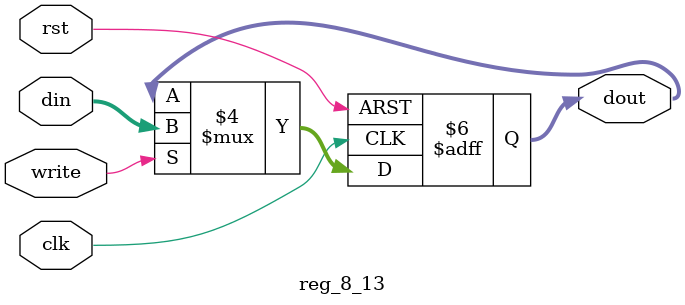
<source format=v>
module reg_8_13(clk,rst,write,din,dout);

output [7:0] dout;
input  clk,rst,write;
input  [7:0] din;

reg [7:0] dout;

always @ (posedge clk or negedge rst)
	begin
		if(!rst)
			dout  <= 8'h37;
		else 
		  if(write)
					 dout<=din;
		  else 
					 dout<=dout;
	end

endmodule
</source>
